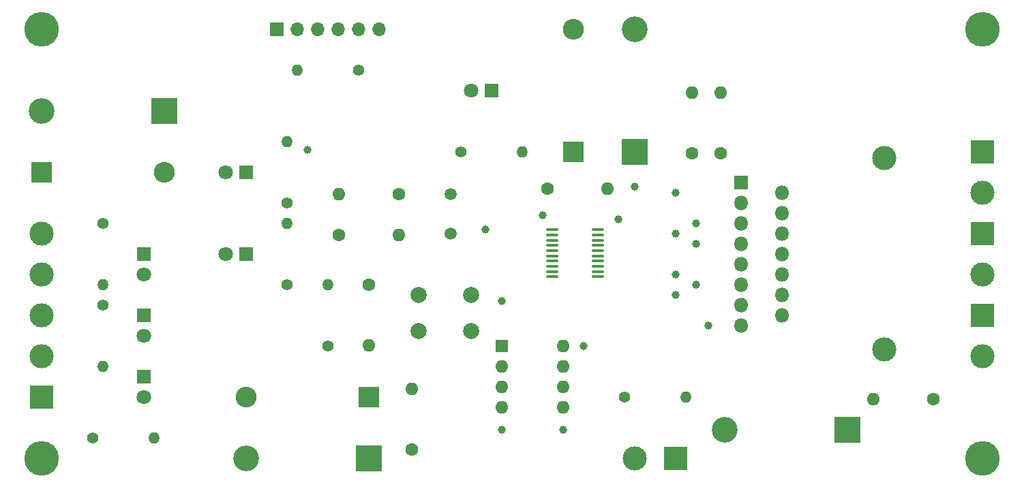
<source format=gbr>
%TF.GenerationSoftware,KiCad,Pcbnew,7.0.10*%
%TF.CreationDate,2024-02-09T16:37:34+11:00*%
%TF.ProjectId,CAN_DC_motor_driver,43414e5f-4443-45f6-9d6f-746f725f6472,0*%
%TF.SameCoordinates,Original*%
%TF.FileFunction,Soldermask,Top*%
%TF.FilePolarity,Negative*%
%FSLAX46Y46*%
G04 Gerber Fmt 4.6, Leading zero omitted, Abs format (unit mm)*
G04 Created by KiCad (PCBNEW 7.0.10) date 2024-02-09 16:37:34*
%MOMM*%
%LPD*%
G01*
G04 APERTURE LIST*
G04 Aperture macros list*
%AMRoundRect*
0 Rectangle with rounded corners*
0 $1 Rounding radius*
0 $2 $3 $4 $5 $6 $7 $8 $9 X,Y pos of 4 corners*
0 Add a 4 corners polygon primitive as box body*
4,1,4,$2,$3,$4,$5,$6,$7,$8,$9,$2,$3,0*
0 Add four circle primitives for the rounded corners*
1,1,$1+$1,$2,$3*
1,1,$1+$1,$4,$5*
1,1,$1+$1,$6,$7*
1,1,$1+$1,$8,$9*
0 Add four rect primitives between the rounded corners*
20,1,$1+$1,$2,$3,$4,$5,0*
20,1,$1+$1,$4,$5,$6,$7,0*
20,1,$1+$1,$6,$7,$8,$9,0*
20,1,$1+$1,$8,$9,$2,$3,0*%
G04 Aperture macros list end*
%ADD10O,1.600000X1.600000*%
%ADD11C,1.600000*%
%ADD12RoundRect,0.100000X-0.637500X-0.100000X0.637500X-0.100000X0.637500X0.100000X-0.637500X0.100000X0*%
%ADD13C,1.000000*%
%ADD14C,1.400000*%
%ADD15O,1.400000X1.400000*%
%ADD16R,1.800000X1.800000*%
%ADD17C,1.800000*%
%ADD18O,1.700000X1.700000*%
%ADD19R,1.700000X1.700000*%
%ADD20C,4.300000*%
%ADD21R,2.600000X2.600000*%
%ADD22O,2.600000X2.600000*%
%ADD23C,3.000000*%
%ADD24R,1.600000X1.600000*%
%ADD25R,3.200000X3.200000*%
%ADD26O,3.200000X3.200000*%
%ADD27R,3.000000X3.000000*%
%ADD28O,1.800000X1.800000*%
%ADD29C,1.500000*%
%ADD30C,2.000000*%
G04 APERTURE END LIST*
D10*
%TO.C,C6*%
X139192000Y-66354000D03*
D11*
X139192000Y-73854000D03*
%TD*%
D12*
%TO.C,U4*%
X121783000Y-83364000D03*
X121783000Y-84014000D03*
X121783000Y-84664000D03*
X121783000Y-85314000D03*
X121783000Y-85964000D03*
X121783000Y-86614000D03*
X121783000Y-87264000D03*
X121783000Y-87914000D03*
X121783000Y-88564000D03*
X121783000Y-89214000D03*
X127508000Y-89214000D03*
X127508000Y-88564000D03*
X127508000Y-87914000D03*
X127508000Y-87264000D03*
X127508000Y-86614000D03*
X127508000Y-85964000D03*
X127508000Y-85314000D03*
X127508000Y-84664000D03*
X127508000Y-84014000D03*
X127508000Y-83364000D03*
%TD*%
D13*
%TO.C,TP28*%
X130048000Y-82042000D03*
%TD*%
%TO.C,TP29*%
X91440000Y-73406000D03*
%TD*%
D14*
%TO.C,R10*%
X88900000Y-90170000D03*
D15*
X88900000Y-82550000D03*
%TD*%
D13*
%TO.C,TP24*%
X120650000Y-81534000D03*
%TD*%
%TO.C,TP25*%
X113538000Y-83312000D03*
%TD*%
D11*
%TO.C,C5*%
X169164000Y-104394000D03*
D10*
X161664000Y-104394000D03*
%TD*%
D11*
%TO.C,C4*%
X121218000Y-78232000D03*
D10*
X128718000Y-78232000D03*
%TD*%
D14*
%TO.C,R5*%
X110490000Y-73660000D03*
D15*
X118110000Y-73660000D03*
%TD*%
D13*
%TO.C,TP6*%
X137160000Y-91440000D03*
%TD*%
D16*
%TO.C,D1*%
X114300000Y-66040000D03*
D17*
X111760000Y-66040000D03*
%TD*%
D18*
%TO.C,J5*%
X100330000Y-58420000D03*
X97790000Y-58420000D03*
X95250000Y-58420000D03*
X92710000Y-58420000D03*
X90170000Y-58420000D03*
D19*
X87630000Y-58420000D03*
%TD*%
D20*
%TO.C,H2*%
X175260000Y-111760000D03*
%TD*%
D14*
%TO.C,R6*%
X130810000Y-104140000D03*
D15*
X138430000Y-104140000D03*
%TD*%
D11*
%TO.C,C1*%
X102810000Y-78920000D03*
D10*
X95310000Y-78920000D03*
%TD*%
D21*
%TO.C,D7*%
X99060000Y-104140000D03*
D22*
X83820000Y-104140000D03*
%TD*%
D23*
%TO.C,HS1*%
X163095000Y-98260000D03*
X163095000Y-74460000D03*
%TD*%
D24*
%TO.C,U1*%
X115580000Y-97800000D03*
D10*
X115580000Y-100340000D03*
X115580000Y-102880000D03*
X115580000Y-105420000D03*
X123200000Y-105420000D03*
X123200000Y-102880000D03*
X123200000Y-100340000D03*
X123200000Y-97800000D03*
%TD*%
D20*
%TO.C,H1*%
X175260000Y-58420000D03*
%TD*%
D21*
%TO.C,D8*%
X124460000Y-73660000D03*
D22*
X124460000Y-58420000D03*
%TD*%
D25*
%TO.C,D11*%
X99060000Y-111760000D03*
D26*
X83820000Y-111760000D03*
%TD*%
D14*
%TO.C,R9*%
X88900000Y-80010000D03*
D15*
X88900000Y-72390000D03*
%TD*%
D14*
%TO.C,R3*%
X66040000Y-82550000D03*
D15*
X66040000Y-90170000D03*
%TD*%
D25*
%TO.C,D12*%
X73660000Y-68580000D03*
D26*
X58420000Y-68580000D03*
%TD*%
D11*
%TO.C,C8*%
X142748000Y-73854000D03*
D10*
X142748000Y-66354000D03*
%TD*%
D11*
%TO.C,C3*%
X99060000Y-90230000D03*
D10*
X99060000Y-97730000D03*
%TD*%
D27*
%TO.C,J2*%
X175260000Y-83820000D03*
D23*
X175260000Y-88900000D03*
%TD*%
D16*
%TO.C,D2*%
X71120000Y-86360000D03*
D17*
X71120000Y-88900000D03*
%TD*%
D13*
%TO.C,TP3*%
X137160000Y-83820000D03*
%TD*%
%TO.C,TP9*%
X132080000Y-77978000D03*
%TD*%
D20*
%TO.C,H3*%
X58420000Y-58420000D03*
%TD*%
D16*
%TO.C,D9*%
X83820000Y-86360000D03*
D17*
X81280000Y-86360000D03*
%TD*%
D13*
%TO.C,TP4*%
X139700000Y-90170000D03*
%TD*%
D25*
%TO.C,D10*%
X132080000Y-73660000D03*
D26*
X132080000Y-58420000D03*
%TD*%
D13*
%TO.C,TP8*%
X141224000Y-95250000D03*
%TD*%
%TO.C,TP5*%
X137160000Y-88900000D03*
%TD*%
D27*
%TO.C,J3*%
X137160000Y-111760000D03*
D23*
X132080000Y-111760000D03*
%TD*%
D16*
%TO.C,U3*%
X145315000Y-77470000D03*
D28*
X150395000Y-78740000D03*
X145315000Y-80010000D03*
X150395000Y-81280000D03*
X145315000Y-82550000D03*
X150395000Y-83820000D03*
X145315000Y-85090000D03*
X150395000Y-86360000D03*
X145315000Y-87630000D03*
X150395000Y-88900000D03*
X145315000Y-90170000D03*
X150395000Y-91440000D03*
X145315000Y-92710000D03*
X150395000Y-93980000D03*
X145315000Y-95250000D03*
%TD*%
D14*
%TO.C,R7*%
X97790000Y-63500000D03*
D15*
X90170000Y-63500000D03*
%TD*%
D29*
%TO.C,Y1*%
X109220000Y-83820000D03*
X109220000Y-78920000D03*
%TD*%
D14*
%TO.C,R8*%
X64770000Y-109220000D03*
D15*
X72390000Y-109220000D03*
%TD*%
D13*
%TO.C,TP1*%
X139700000Y-82550000D03*
%TD*%
D30*
%TO.C,SW1*%
X105260000Y-91440000D03*
X111760000Y-91440000D03*
X105260000Y-95940000D03*
X111760000Y-95940000D03*
%TD*%
D13*
%TO.C,TP2*%
X139700000Y-85090000D03*
%TD*%
D16*
%TO.C,D4*%
X71120000Y-101600000D03*
D17*
X71120000Y-104140000D03*
%TD*%
D25*
%TO.C,D13*%
X158496000Y-108204000D03*
D26*
X143256000Y-108204000D03*
%TD*%
D27*
%TO.C,J6*%
X175260000Y-73660000D03*
D23*
X175260000Y-78740000D03*
%TD*%
D14*
%TO.C,R1*%
X93980000Y-97850000D03*
D15*
X93980000Y-90230000D03*
%TD*%
D21*
%TO.C,D6*%
X58420000Y-76200000D03*
D22*
X73660000Y-76200000D03*
%TD*%
D11*
%TO.C,C7*%
X104394000Y-110684000D03*
D10*
X104394000Y-103184000D03*
%TD*%
D13*
%TO.C,TP14*%
X123190000Y-108204000D03*
%TD*%
%TO.C,TP16*%
X115570000Y-108204000D03*
%TD*%
%TO.C,TP15*%
X115570000Y-92202000D03*
%TD*%
D14*
%TO.C,R4*%
X66040000Y-92710000D03*
D15*
X66040000Y-100330000D03*
%TD*%
D16*
%TO.C,D3*%
X71120000Y-93980000D03*
D17*
X71120000Y-96520000D03*
%TD*%
D13*
%TO.C,TP7*%
X137160000Y-78740000D03*
%TD*%
D27*
%TO.C,J4*%
X175260000Y-93980000D03*
D23*
X175260000Y-99060000D03*
%TD*%
D13*
%TO.C,TP17*%
X125730000Y-97790000D03*
%TD*%
D11*
%TO.C,C2*%
X95310000Y-84000000D03*
D10*
X102810000Y-84000000D03*
%TD*%
D20*
%TO.C,H4*%
X58420000Y-111760000D03*
%TD*%
D27*
%TO.C,J1*%
X58420000Y-104140000D03*
D23*
X58420000Y-99060000D03*
X58420000Y-93980000D03*
X58420000Y-88900000D03*
X58420000Y-83820000D03*
%TD*%
D16*
%TO.C,D5*%
X83820000Y-76200000D03*
D17*
X81280000Y-76200000D03*
%TD*%
M02*

</source>
